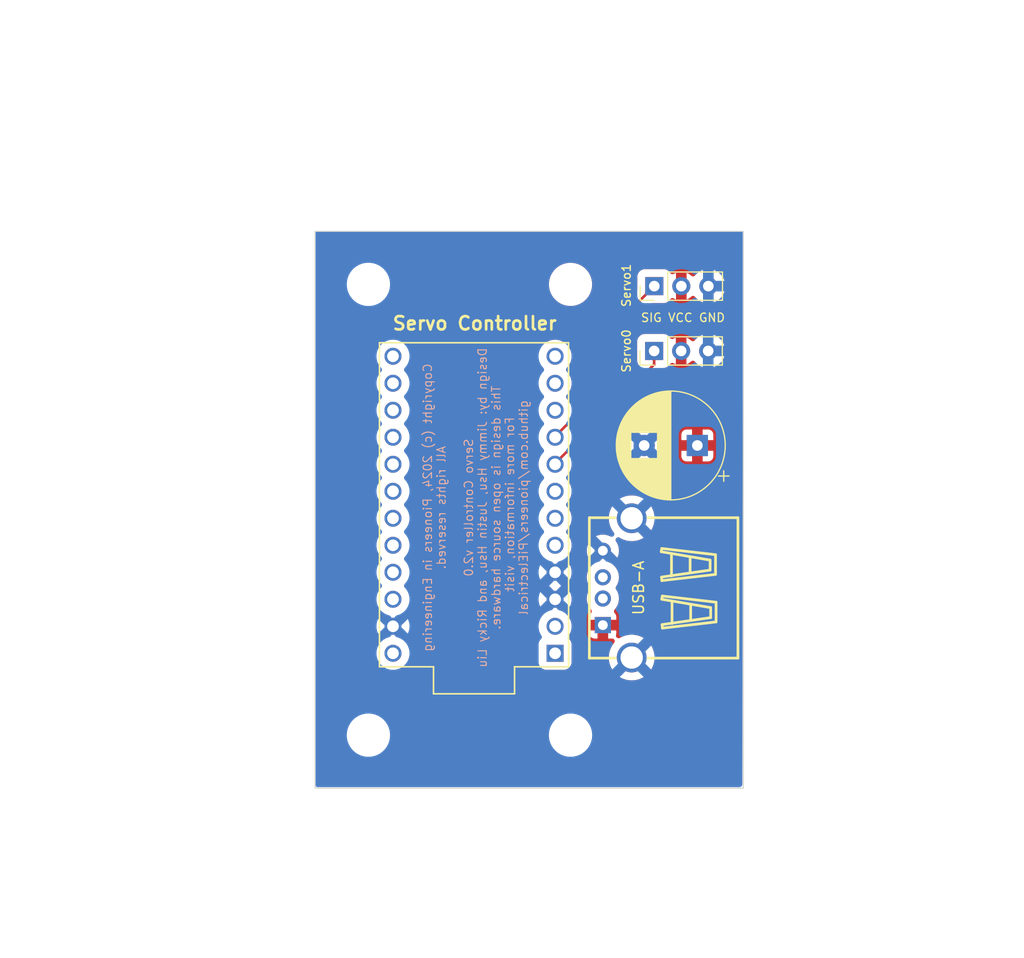
<source format=kicad_pcb>
(kicad_pcb (version 20221018) (generator pcbnew)
  (layers (0 "F.Cu" signal) (31 "B.Cu" signal) (34 "B.Paste" user) (35 "F.Paste" user) (36 "B.SilkS" user "B.Silkscreen") (37 "F.SilkS" user "F.Silkscreen") (38 "B.Mask" user) (39 "F.Mask" user) (44 "Edge.Cuts" user))
  (net 0 "")
  (net 1 "/SIG1")
  (net 2 "/VCC")
  (net 3 "GND")
  (net 4 "/SIG2")
  (footprint "PiE_Footprints:Hole_R1.62mm" (layer "F.Cu") (at 161.1 100.4)
    (fp_text reference "REF**" hide)
    (fp_text value "Hole_R1.62mm" hide)
    (pad "" np_thru_hole circle (at -0.05 0) (size 3.56 3.56) (drill 3.56) (layers "F&B.Cu" "*.Mask"))
  )
  (footprint "Connector_PinHeader_2.54mm:PinHeader_1x03_P2.54mm_Vertical" (layer "F.Cu") (at 168.91 64.262 90)
    (fp_text reference "Servo0" (at 0 -2.61 90) (layer "F.SilkS") (effects (font (size 0.8 0.8) (thickness 0.13) bold)))
    (fp_text value "~" hide)
    (fp_line (start -1.33 -1.33) (end 0 -1.33) (stroke (width 0.12)) (layer "F.SilkS"))
    (fp_line (start -1.33 0) (end -1.33 -1.33) (stroke (width 0.12)) (layer "F.SilkS"))
    (fp_line (start -1.33 1.27) (end -1.33 6.41) (stroke (width 0.12)) (layer "F.SilkS"))
    (fp_line (start -1.33 1.27) (end 1.33 1.27) (stroke (width 0.12)) (layer "F.SilkS"))
    (fp_line (start -1.33 6.41) (end 1.33 6.41) (stroke (width 0.12)) (layer "F.SilkS"))
    (fp_line (start 1.33 1.27) (end 1.33 6.41) (stroke (width 0.12)) (layer "F.SilkS"))
    (pad "1" thru_hole rect (at 0 0 90) (size 1.7 1.7) (drill 1) (layers "*.Cu" "*.Mask") (net 1 "/SIG1"))
    (pad "2" thru_hole oval (at 0 2.54 90) (size 1.7 1.7) (drill 1) (layers "*.Cu" "*.Mask") (net 2 "/VCC"))
    (pad "3" thru_hole oval (at 0 5.08 90) (size 1.7 1.7) (drill 1) (layers "*.Cu" "*.Mask") (net 3 "GND"))
  )
  (footprint "PiE_Footprints:Hole_R1.62mm" (layer "F.Cu") (at 142.1 100.4)
    (fp_text reference "REF**" hide)
    (fp_text value "Hole_R1.62mm" hide)
    (pad "" np_thru_hole circle (at -0.05 0) (size 3.56 3.56) (drill 3.56) (layers "F&B.Cu" "*.Mask"))
  )
  (footprint "Connector_PinHeader_2.54mm:PinHeader_1x03_P2.54mm_Vertical" (layer "F.Cu") (at 168.925 58.166 90)
    (fp_text reference "Servo1" (at 0.066 -2.625 90) (layer "F.SilkS") (effects (font (size 0.8 0.8) (thickness 0.13) bold)))
    (fp_text value "~" hide)
    (fp_line (start -1.33 -1.33) (end 0 -1.33) (stroke (width 0.12)) (layer "F.SilkS"))
    (fp_line (start -1.33 0) (end -1.33 -1.33) (stroke (width 0.12)) (layer "F.SilkS"))
    (fp_line (start -1.33 1.27) (end -1.33 6.41) (stroke (width 0.12)) (layer "F.SilkS"))
    (fp_line (start -1.33 1.27) (end 1.33 1.27) (stroke (width 0.12)) (layer "F.SilkS"))
    (fp_line (start -1.33 6.41) (end 1.33 6.41) (stroke (width 0.12)) (layer "F.SilkS"))
    (fp_line (start 1.33 1.27) (end 1.33 6.41) (stroke (width 0.12)) (layer "F.SilkS"))
    (pad "1" thru_hole rect (at 0 0 90) (size 1.7 1.7) (drill 1) (layers "*.Cu" "*.Mask") (net 4 "/SIG2"))
    (pad "2" thru_hole oval (at 0 2.54 90) (size 1.7 1.7) (drill 1) (layers "*.Cu" "*.Mask") (net 2 "/VCC"))
    (pad "3" thru_hole oval (at 0 5.08 90) (size 1.7 1.7) (drill 1) (layers "*.Cu" "*.Mask") (net 3 "GND"))
  )
  (footprint "PiE_Footprints:PiE Logo" (layer "F.Cu") (at 152.4 78.232 90)
    (fp_text reference "G***" hide)
    (fp_text value "LOGO" hide)
  )
  (footprint "Capacitor_THT:CP_Radial_D10.0mm_P5.00mm" (layer "F.Cu") (at 172.974 73.152 180)
    (fp_text reference "C1" hide)
    (fp_text value "1000u" hide)
    (fp_line (start -2.979646 -2.875) (end -1.979646 -2.875) (stroke (width 0.12)) (layer "F.SilkS"))
    (fp_line (start -2.479646 -3.375) (end -2.479646 -2.375) (stroke (width 0.12)) (layer "F.SilkS"))
    (fp_line (start 2.5 -5.08) (end 2.5 5.08) (stroke (width 0.12)) (layer "F.SilkS"))
    (fp_line (start 2.54 -5.08) (end 2.54 5.08) (stroke (width 0.12)) (layer "F.SilkS"))
    (fp_line (start 2.58 -5.08) (end 2.58 5.08) (stroke (width 0.12)) (layer "F.SilkS"))
    (fp_line (start 2.62 -5.079) (end 2.62 5.079) (stroke (width 0.12)) (layer "F.SilkS"))
    (fp_line (start 2.66 -5.078) (end 2.66 5.078) (stroke (width 0.12)) (layer "F.SilkS"))
    (fp_line (start 2.7 -5.077) (end 2.7 5.077) (stroke (width 0.12)) (layer "F.SilkS"))
    (fp_line (start 2.74 -5.075) (end 2.74 5.075) (stroke (width 0.12)) (layer "F.SilkS"))
    (fp_line (start 2.78 -5.073) (end 2.78 5.073) (stroke (width 0.12)) (layer "F.SilkS"))
    (fp_line (start 2.82 -5.07) (end 2.82 5.07) (stroke (width 0.12)) (layer "F.SilkS"))
    (fp_line (start 2.86 -5.068) (end 2.86 5.068) (stroke (width 0.12)) (layer "F.SilkS"))
    (fp_line (start 2.9 -5.065) (end 2.9 5.065) (stroke (width 0.12)) (layer "F.SilkS"))
    (fp_line (start 2.94 -5.062) (end 2.94 5.062) (stroke (width 0.12)) (layer "F.SilkS"))
    (fp_line (start 2.98 -5.058) (end 2.98 5.058) (stroke (width 0.12)) (layer "F.SilkS"))
    (fp_line (start 3.02 -5.054) (end 3.02 5.054) (stroke (width 0.12)) (layer "F.SilkS"))
    (fp_line (start 3.06 -5.05) (end 3.06 5.05) (stroke (width 0.12)) (layer "F.SilkS"))
    (fp_line (start 3.1 -5.045) (end 3.1 5.045) (stroke (width 0.12)) (layer "F.SilkS"))
    (fp_line (start 3.14 -5.04) (end 3.14 5.04) (stroke (width 0.12)) (layer "F.SilkS"))
    (fp_line (start 3.18 -5.035) (end 3.18 5.035) (stroke (width 0.12)) (layer "F.SilkS"))
    (fp_line (start 3.221 -5.03) (end 3.221 5.03) (stroke (width 0.12)) (layer "F.SilkS"))
    (fp_line (start 3.261 -5.024) (end 3.261 5.024) (stroke (width 0.12)) (layer "F.SilkS"))
    (fp_line (start 3.301 -5.018) (end 3.301 5.018) (stroke (width 0.12)) (layer "F.SilkS"))
    (fp_line (start 3.341 -5.011) (end 3.341 5.011) (stroke (width 0.12)) (layer "F.SilkS"))
    (fp_line (start 3.381 -5.004) (end 3.381 5.004) (stroke (width 0.12)) (layer "F.SilkS"))
    (fp_line (start 3.421 -4.997) (end 3.421 4.997) (stroke (width 0.12)) (layer "F.SilkS"))
    (fp_line (start 3.461 -4.99) (end 3.461 4.99) (stroke (width 0.12)) (layer "F.SilkS"))
    (fp_line (start 3.501 -4.982) (end 3.501 4.982) (stroke (width 0.12)) (layer "F.SilkS"))
    (fp_line (start 3.541 -4.974) (end 3.541 4.974) (stroke (width 0.12)) (layer "F.SilkS"))
    (fp_line (start 3.581 -4.965) (end 3.581 4.965) (stroke (width 0.12)) (layer "F.SilkS"))
    (fp_line (start 3.621 -4.956) (end 3.621 4.956) (stroke (width 0.12)) (layer "F.SilkS"))
    (fp_line (start 3.661 -4.947) (end 3.661 4.947) (stroke (width 0.12)) (layer "F.SilkS"))
    (fp_line (start 3.701 -4.938) (end 3.701 4.938) (stroke (width 0.12)) (layer "F.SilkS"))
    (fp_line (start 3.741 -4.928) (end 3.741 4.928) (stroke (width 0.12)) (layer "F.SilkS"))
    (fp_line (start 3.781 -4.918) (end 3.781 -1.241) (stroke (width 0.12)) (layer "F.SilkS"))
    (fp_line (start 3.781 1.241) (end 3.781 4.918) (stroke (width 0.12)) (layer "F.SilkS"))
    (fp_line (start 3.821 -4.907) (end 3.821 -1.241) (stroke (width 0.12)) (layer "F.SilkS"))
    (fp_line (start 3.821 1.241) (end 3.821 4.907) (stroke (width 0.12)) (layer "F.SilkS"))
    (fp_line (start 3.861 -4.897) (end 3.861 -1.241) (stroke (width 0.12)) (layer "F.SilkS"))
    (fp_line (start 3.861 1.241) (end 3.861 4.897) (stroke (width 0.12)) (layer "F.SilkS"))
    (fp_line (start 3.901 -4.885) (end 3.901 -1.241) (stroke (width 0.12)) (layer "F.SilkS"))
    (fp_line (start 3.901 1.241) (end 3.901 4.885) (stroke (width 0.12)) (layer "F.SilkS"))
    (fp_line (start 3.941 -4.874) (end 3.941 -1.241) (stroke (width 0.12)) (layer "F.SilkS"))
    (fp_line (start 3.941 1.241) (end 3.941 4.874) (stroke (width 0.12)) (layer "F.SilkS"))
    (fp_line (start 3.981 -4.862) (end 3.981 -1.241) (stroke (width 0.12)) (layer "F.SilkS"))
    (fp_line (start 3.981 1.241) (end 3.981 4.862) (stroke (width 0.12)) (layer "F.SilkS"))
    (fp_line (start 4.021 -4.85) (end 4.021 -1.241) (stroke (width 0.12)) (layer "F.SilkS"))
    (fp_line (start 4.021 1.241) (end 4.021 4.85) (stroke (width 0.12)) (layer "F.SilkS"))
    (fp_line (start 4.061 -4.837) (end 4.061 -1.241) (stroke (width 0.12)) (layer "F.SilkS"))
    (fp_line (start 4.061 1.241) (end 4.061 4.837) (stroke (width 0.12)) (layer "F.SilkS"))
    (fp_line (start 4.101 -4.824) (end 4.101 -1.241) (stroke (width 0.12)) (layer "F.SilkS"))
    (fp_line (start 4.101 1.241) (end 4.101 4.824) (stroke (width 0.12)) (layer "F.SilkS"))
    (fp_line (start 4.141 -4.811) (end 4.141 -1.241) (stroke (width 0.12)) (layer "F.SilkS"))
    (fp_line (start 4.141 1.241) (end 4.141 4.811) (stroke (width 0.12)) (layer "F.SilkS"))
    (fp_line (start 4.181 -4.797) (end 4.181 -1.241) (stroke (width 0.12)) (layer "F.SilkS"))
    (fp_line (start 4.181 1.241) (end 4.181 4.797) (stroke (width 0.12)) (layer "F.SilkS"))
    (fp_line (start 4.221 -4.783) (end 4.221 -1.241) (stroke (width 0.12)) (layer "F.SilkS"))
    (fp_line (start 4.221 1.241) (end 4.221 4.783) (stroke (width 0.12)) (layer "F.SilkS"))
    (fp_line (start 4.261 -4.768) (end 4.261 -1.241) (stroke (width 0.12)) (layer "F.SilkS"))
    (fp_line (start 4.261 1.241) (end 4.261 4.768) (stroke (width 0.12)) (layer "F.SilkS"))
    (fp_line (start 4.301 -4.754) (end 4.301 -1.241) (stroke (width 0.12)) (layer "F.SilkS"))
    (fp_line (start 4.301 1.241) (end 4.301 4.754) (stroke (width 0.12)) (layer "F.SilkS"))
    (fp_line (start 4.341 -4.738) (end 4.341 -1.241) (stroke (width 0.12)) (layer "F.SilkS"))
    (fp_line (start 4.341 1.241) (end 4.341 4.738) (stroke (width 0.12)) (layer "F.SilkS"))
    (fp_line (start 4.381 -4.723) (end 4.381 -1.241) (stroke (width 0.12)) (layer "F.SilkS"))
    (fp_line (start 4.381 1.241) (end 4.381 4.723) (stroke (width 0.12)) (layer "F.SilkS"))
    (fp_line (start 4.421 -4.707) (end 4.421 -1.241) (stroke (width 0.12)) (layer "F.SilkS"))
    (fp_line (start 4.421 1.241) (end 4.421 4.707) (stroke (width 0.12)) (layer "F.SilkS"))
    (fp_line (start 4.461 -4.69) (end 4.461 -1.241) (stroke (width 0.12)) (layer "F.SilkS"))
    (fp_line (start 4.461 1.241) (end 4.461 4.69) (stroke (width 0.12)) (layer "F.SilkS"))
    (fp_line (start 4.501 -4.674) (end 4.501 -1.241) (stroke (width 0.12)) (layer "F.SilkS"))
    (fp_line (start 4.501 1.241) (end 4.501 4.674) (stroke (width 0.12)) (layer "F.SilkS"))
    (fp_line (start 4.541 -4.657) (end 4.541 -1.241) (stroke (width 0.12)) (layer "F.SilkS"))
    (fp_line (start 4.541 1.241) (end 4.541 4.657) (stroke (width 0.12)) (layer "F.SilkS"))
    (fp_line (start 4.581 -4.639) (end 4.581 -1.241) (stroke (width 0.12)) (layer "F.SilkS"))
    (fp_line (start 4.581 1.241) (end 4.581 4.639) (stroke (width 0.12)) (layer "F.SilkS"))
    (fp_line (start 4.621 -4.621) (end 4.621 -1.241) (stroke (width 0.12)) (layer "F.SilkS"))
    (fp_line (start 4.621 1.241) (end 4.621 4.621) (stroke (width 0.12)) (layer "F.SilkS"))
    (fp_line (start 4.661 -4.603) (end 4.661 -1.241) (stroke (width 0.12)) (layer "F.SilkS"))
    (fp_line (start 4.661 1.241) (end 4.661 4.603) (stroke (width 0.12)) (layer "F.SilkS"))
    (fp_line (start 4.701 -4.584) (end 4.701 -1.241) (stroke (width 0.12)) (layer "F.SilkS"))
    (fp_line (start 4.701 1.241) (end 4.701 4.584) (stroke (width 0.12)) (layer "F.SilkS"))
    (fp_line (start 4.741 -4.564) (end 4.741 -1.241) (stroke (width 0.12)) (layer "F.SilkS"))
    (fp_line (start 4.741 1.241) (end 4.741 4.564) (stroke (width 0.12)) (layer "F.SilkS"))
    (fp_line (start 4.781 -4.545) (end 4.781 -1.241) (stroke (width 0.12)) (layer "F.SilkS"))
    (fp_line (start 4.781 1.241) (end 4.781 4.545) (stroke (width 0.12)) (layer "F.SilkS"))
    (fp_line (start 4.821 -4.525) (end 4.821 -1.241) (stroke (width 0.12)) (layer "F.SilkS"))
    (fp_line (start 4.821 1.241) (end 4.821 4.525) (stroke (width 0.12)) (layer "F.SilkS"))
    (fp_line (start 4.861 -4.504) (end 4.861 -1.241) (stroke (width 0.12)) (layer "F.SilkS"))
    (fp_line (start 4.861 1.241) (end 4.861 4.504) (stroke (width 0.12)) (layer "F.SilkS"))
    (fp_line (start 4.901 -4.483) (end 4.901 -1.241) (stroke (width 0.12)) (layer "F.SilkS"))
    (fp_line (start 4.901 1.241) (end 4.901 4.483) (stroke (width 0.12)) (layer "F.SilkS"))
    (fp_line (start 4.941 -4.462) (end 4.941 -1.241) (stroke (width 0.12)) (layer "F.SilkS"))
    (fp_line (start 4.941 1.241) (end 4.941 4.462) (stroke (width 0.12)) (layer "F.SilkS"))
    (fp_line (start 4.981 -4.44) (end 4.981 -1.241) (stroke (width 0.12)) (layer "F.SilkS"))
    (fp_line (start 4.981 1.241) (end 4.981 4.44) (stroke (width 0.12)) (layer "F.SilkS"))
    (fp_line (start 5.021 -4.417) (end 5.021 -1.241) (stroke (width 0.12)) (layer "F.SilkS"))
    (fp_line (start 5.021 1.241) (end 5.021 4.417) (stroke (width 0.12)) (layer "F.SilkS"))
    (fp_line (start 5.061 -4.395) (end 5.061 -1.241) (stroke (width 0.12)) (layer "F.SilkS"))
    (fp_line (start 5.061 1.241) (end 5.061 4.395) (stroke (width 0.12)) (layer "F.SilkS"))
    (fp_line (start 5.101 -4.371) (end 5.101 -1.241) (stroke (width 0.12)) (layer "F.SilkS"))
    (fp_line (start 5.101 1.241) (end 5.101 4.371) (stroke (width 0.12)) (layer "F.SilkS"))
    (fp_line (start 5.141 -4.347) (end 5.141 -1.241) (stroke (width 0.12)) (layer "F.SilkS"))
    (fp_line (start 5.141 1.241) (end 5.141 4.347) (stroke (width 0.12)) (layer "F.SilkS"))
    (fp_line (start 5.181 -4.323) (end 5.181 -1.241) (stroke (width 0.12)) (layer "F.SilkS"))
    (fp_line (start 5.181 1.241) (end 5.181 4.323) (stroke (width 0.12)) (layer "F.SilkS"))
    (fp_line (start 5.221 -4.298) (end 5.221 -1.241) (stroke (width 0.12)) (layer "F.SilkS"))
    (fp_line (start 5.221 1.241) (end 5.221 4.298) (stroke (width 0.12)) (layer "F.SilkS"))
    (fp_line (start 5.261 -4.273) (end 5.261 -1.241) (stroke (width 0.12)) (layer "F.SilkS"))
    (fp_line (start 5.261 1.241) (end 5.261 4.273) (stroke (width 0.12)) (layer "F.SilkS"))
    (fp_line (start 5.301 -4.247) (end 5.301 -1.241) (stroke (width 0.12)) (layer "F.SilkS"))
    (fp_line (start 5.301 1.241) (end 5.301 4.247) (stroke (width 0.12)) (layer "F.SilkS"))
    (fp_line (start 5.341 -4.221) (end 5.341 -1.241) (stroke (width 0.12)) (layer "F.SilkS"))
    (fp_line (start 5.341 1.241) (end 5.341 4.221) (stroke (width 0.12)) (layer "F.SilkS"))
    (fp_line (start 5.381 -4.194) (end 5.381 -1.241) (stroke (width 0.12)) (layer "F.SilkS"))
    (fp_line (start 5.381 1.241) (end 5.381 4.194) (stroke (width 0.12)) (layer "F.SilkS"))
    (fp_line (start 5.421 -4.166) (end 5.421 -1.241) (stroke (width 0.12)) (layer "F.SilkS"))
    (fp_line (start 5.421 1.241) (end 5.421 4.166) (stroke (width 0.12)) (layer "F.SilkS"))
    (fp_line (start 5.461 -4.138) (end 5.461 -1.241) (stroke (width 0.12)) (layer "F.SilkS"))
    (fp_line (start 5.461 1.241) (end 5.461 4.138) (stroke (width 0.12)) (layer "F.SilkS"))
    (fp_line (start 5.501 -4.11) (end 5.501 -1.241) (stroke (width 0.12)) (layer "F.SilkS"))
    (fp_line (start 5.501 1.241) (end 5.501 4.11) (stroke (width 0.12)) (layer "F.SilkS"))
    (fp_line (start 5.541 -4.08) (end 5.541 -1.241) (stroke (width 0.12)) (layer "F.SilkS"))
    (fp_line (start 5.541 1.241) (end 5.541 4.08) (stroke (width 0.12)) (layer "F.SilkS"))
    (fp_line (start 5.581 -4.05) (end 5.581 -1.241) (stroke (width 0.12)) (layer "F.SilkS"))
    (fp_line (start 5.581 1.241) (end 5.581 4.05) (stroke (width 0.12)) (layer "F.SilkS"))
    (fp_line (start 5.621 -4.02) (end 5.621 -1.241) (stroke (width 0.12)) (layer "F.SilkS"))
    (fp_line (start 5.621 1.241) (end 5.621 4.02) (stroke (width 0.12)) (layer "F.SilkS"))
    (fp_line (start 5.661 -3.989) (end 5.661 -1.241) (stroke (width 0.12)) (layer "F.SilkS"))
    (fp_line (start 5.661 1.241) (end 5.661 3.989) (stroke (width 0.12)) (layer "F.SilkS"))
    (fp_line (start 5.701 -3.957) (end 5.701 -1.241) (stroke (width 0.12)) (layer "F.SilkS"))
    (fp_line (start 5.701 1.241) (end 5.701 3.957) (stroke (width 0.12)) (layer "F.SilkS"))
    (fp_line (start 5.741 -3.925) (end 5.741 -1.241) (stroke (width 0.12)) (layer "F.SilkS"))
    (fp_line (start 5.741 1.241) (end 5.741 3.925) (stroke (width 0.12)) (layer "F.SilkS"))
    (fp_line (start 5.781 -3.892) (end 5.781 -1.241) (stroke (width 0.12)) (layer "F.SilkS"))
    (fp_line (start 5.781 1.241) (end 5.781 3.892) (stroke (width 0.12)) (layer "F.SilkS"))
    (fp_line (start 5.821 -3.858) (end 5.821 -1.241) (stroke (width 0.12)) (layer "F.SilkS"))
    (fp_line (start 5.821 1.241) (end 5.821 3.858) (stroke (width 0.12)) (layer "F.SilkS"))
    (fp_line (start 5.861 -3.824) (end 5.861 -1.241) (stroke (width 0.12)) (layer "F.SilkS"))
    (fp_line (start 5.861 1.241) (end 5.861 3.824) (stroke (width 0.12)) (layer "F.SilkS"))
    (fp_line (start 5.901 -3.789) (end 5.901 -1.241) (stroke (width 0.12)) (layer "F.SilkS"))
    (fp_line (start 5.901 1.241) (end 5.901 3.789) (stroke (width 0.12)) (layer "F.SilkS"))
    (fp_line (start 5.941 -3.753) (end 5.941 -1.241) (stroke (width 0.12)) (layer "F.SilkS"))
    (fp_line (start 5.941 1.241) (end 5.941 3.753) (stroke (width 0.12)) (layer "F.SilkS"))
    (fp_line (start 5.981 -3.716) (end 5.981 -1.241) (stroke (width 0.12)) (layer "F.SilkS"))
    (fp_line (start 5.981 1.241) (end 5.981 3.716) (stroke (width 0.12)) (layer "F.SilkS"))
    (fp_line (start 6.021 -3.679) (end 6.021 -1.241) (stroke (width 0.12)) (layer "F.SilkS"))
    (fp_line (start 6.021 1.241) (end 6.021 3.679) (stroke (width 0.12)) (layer "F.SilkS"))
    (fp_line (start 6.061 -3.64) (end 6.061 -1.241) (stroke (width 0.12)) (layer "F.SilkS"))
    (fp_line (start 6.061 1.241) (end 6.061 3.64) (stroke (width 0.12)) (layer "F.SilkS"))
    (fp_line (start 6.101 -3.601) (end 6.101 -1.241) (stroke (width 0.12)) (layer "F.SilkS"))
    (fp_line (start 6.101 1.241) (end 6.101 3.601) (stroke (width 0.12)) (layer "F.SilkS"))
    (fp_line (start 6.141 -3.561) (end 6.141 -1.241) (stroke (width 0.12)) (layer "F.SilkS"))
    (fp_line (start 6.141 1.241) (end 6.141 3.561) (stroke (width 0.12)) (layer "F.SilkS"))
    (fp_line (start 6.181 -3.52) (end 6.181 -1.241) (stroke (width 0.12)) (layer "F.SilkS"))
    (fp_line (start 6.181 1.241) (end 6.181 3.52) (stroke (width 0.12)) (layer "F.SilkS"))
    (fp_line (start 6.221 -3.478) (end 6.221 -1.241) (stroke (width 0.12)) (layer "F.SilkS"))
    (fp_line (start 6.221 1.241) (end 6.221 3.478) (stroke (width 0.12)) (layer "F.SilkS"))
    (fp_line (start 6.261 -3.436) (end 6.261 3.436) (stroke (width 0.12)) (layer "F.SilkS"))
    (fp_line (start 6.301 -3.392) (end 6.301 3.392) (stroke (width 0.12)) (layer "F.SilkS"))
    (fp_line (start 6.341 -3.347) (end 6.341 3.347) (stroke (width 0.12)) (layer "F.SilkS"))
    (fp_line (start 6.381 -3.301) (end 6.381 3.301) (stroke (width 0.12)) (layer "F.SilkS"))
    (fp_line (start 6.421 -3.254) (end 6.421 3.254) (stroke (width 0.12)) (layer "F.SilkS"))
    (fp_line (start 6.461 -3.206) (end 6.461 3.206) (stroke (width 0.12)) (layer "F.SilkS"))
    (fp_line (start 6.501 -3.156) (end 6.501 3.156) (stroke (width 0.12)) (layer "F.SilkS"))
    (fp_line (start 6.541 -3.106) (end 6.541 3.106) (stroke (width 0.12)) (layer "F.SilkS"))
    (fp_line (start 6.581 -3.054) (end 6.581 3.054) (stroke (width 0.12)) (layer "F.SilkS"))
    (fp_line (start 6.621 -3) (end 6.621 3) (stroke (width 0.12)) (layer "F.SilkS"))
    (fp_line (start 6.661 -2.945) (end 6.661 2.945) (stroke (width 0.12)) (layer "F.SilkS"))
    (fp_line (start 6.701 -2.889) (end 6.701 2.889) (stroke (width 0.12)) (layer "F.SilkS"))
    (fp_line (start 6.741 -2.83) (end 6.741 2.83) (stroke (width 0.12)) (layer "F.SilkS"))
    (fp_line (start 6.781 -2.77) (end 6.781 2.77) (stroke (width 0.12)) (layer "F.SilkS"))
    (fp_line (start 6.821 -2.709) (end 6.821 2.709) (stroke (width 0.12)) (layer "F.SilkS"))
    (fp_line (start 6.861 -2.645) (end 6.861 2.645) (stroke (width 0.12)) (layer "F.SilkS"))
    (fp_line (start 6.901 -2.579) (end 6.901 2.579) (stroke (width 0.12)) (layer "F.SilkS"))
    (fp_line (start 6.941 -2.51) (end 6.941 2.51) (stroke (width 0.12)) (layer "F.SilkS"))
    (fp_line (start 6.981 -2.439) (end 6.981 2.439) (stroke (width 0.12)) (layer "F.SilkS"))
    (fp_line (start 7.021 -2.365) (end 7.021 2.365) (stroke (width 0.12)) (layer "F.SilkS"))
    (fp_line (start 7.061 -2.289) (end 7.061 2.289) (stroke (width 0.12)) (layer "F.SilkS"))
    (fp_line (start 7.101 -2.209) (end 7.101 2.209) (stroke (width 0.12)) (layer "F.SilkS"))
    (fp_line (start 7.141 -2.125) (end 7.141 2.125) (stroke (width 0.12)) (layer "F.SilkS"))
    (fp_line (start 7.181 -2.037) (end 7.181 2.037) (stroke (width 0.12)) (layer "F.SilkS"))
    (fp_line (start 7.221 -1.944) (end 7.221 1.944) (stroke (width 0.12)) (layer "F.SilkS"))
    (fp_line (start 7.261 -1.846) (end 7.261 1.846) (stroke (width 0.12)) (layer "F.SilkS"))
    (fp_line (start 7.301 -1.742) (end 7.301 1.742) (stroke (width 0.12)) (layer "F.SilkS"))
    (fp_line (start 7.341 -1.63) (end 7.341 1.63) (stroke (width 0.12)) (layer "F.SilkS"))
    (fp_line (start 7.381 -1.51) (end 7.381 1.51) (stroke (width 0.12)) (layer "F.SilkS"))
    (fp_line (start 7.421 -1.378) (end 7.421 1.378) (stroke (width 0.12)) (layer "F.SilkS"))
    (fp_line (start 7.461 -1.23) (end 7.461 1.23) (stroke (width 0.12)) (layer "F.SilkS"))
    (fp_line (start 7.501 -1.062) (end 7.501 1.062) (stroke (width 0.12)) (layer "F.SilkS"))
    (fp_line (start 7.541 -0.862) (end 7.541 0.862) (stroke (width 0.12)) (layer "F.SilkS"))
    (fp_line (start 7.581 -0.599) (end 7.581 0.599) (stroke (width 0.12)) (layer "F.SilkS"))
    (fp_circle (center 2.5 0) (end 7.62 0) (stroke (width 0.12)) (fill none) (layer "F.SilkS"))
    (pad "1" thru_hole rect (at 0 0 180) (size 2 2) (drill 1) (layers "*.Cu" "*.Mask") (net 2 "/VCC"))
    (pad "2" thru_hole circle (at 5 0 180) (size 2 2) (drill 1) (layers "*.Cu" "*.Mask") (net 3 "GND"))
  )
  (footprint "PiE_Footprints:Hole_R1.62mm" (layer "F.Cu") (at 142.1 58)
    (fp_text reference "REF**" hide)
    (fp_text value "Hole_R1.62mm" hide)
    (pad "" np_thru_hole circle (at -0.05 0) (size 3.56 3.56) (drill 3.56) (layers "F&B.Cu" "*.Mask"))
  )
  (footprint "PiE_Footprints:USB-A_female" (layer "F.Cu") (at 165.445 86.55 90)
    (fp_text reference "J3" hide)
    (fp_text value "USB_A" hide)
    (fp_text user "USB-A" (at 0 2 -270) (layer "F.SilkS"))
    (fp_line (start -6.604 -2.625) (end -6.604 -0.175) (stroke (width 0.254)) (layer "F.SilkS"))
    (fp_line (start -6.604 -2.625) (end 6.604 -2.625) (stroke (width 0.254)) (layer "F.SilkS"))
    (fp_line (start -6.604 11.345) (end -6.604 2.9) (stroke (width 0.254)) (layer "F.SilkS"))
    (fp_line (start -3.782 4.241) (end -3.2 9.288) (stroke (width 0.254)) (layer "F.SilkS"))
    (fp_line (start -3.449 4.215) (end -3.782 4.241) (stroke (width 0.254)) (layer "F.SilkS"))
    (fp_line (start -3.353 5.147) (end -1.27 5.147) (stroke (width 0.254)) (layer "F.SilkS"))
    (fp_line (start -3.2 9.288) (end -1.346 9.288) (stroke (width 0.254)) (layer "F.SilkS"))
    (fp_line (start -3.023 6.9) (end -1.575 6.9) (stroke (width 0.254)) (layer "F.SilkS"))
    (fp_line (start -2.794 8.78) (end -3.449 4.215) (stroke (width 0.254)) (layer "F.SilkS"))
    (fp_line (start -1.854 8.78) (end -2.794 8.78) (stroke (width 0.254)) (layer "F.SilkS"))
    (fp_line (start -1.346 9.288) (end -0.762 4.233) (stroke (width 0.254)) (layer "F.SilkS"))
    (fp_line (start -1.067 4.182) (end -1.854 8.78) (stroke (width 0.254)) (layer "F.SilkS"))
    (fp_line (start -0.762 4.233) (end -1.067 4.182) (stroke (width 0.254)) (layer "F.SilkS"))
    (fp_line (start 0.688 4.19) (end 1.021 4.164) (stroke (width 0.254)) (layer "F.SilkS"))
    (fp_line (start 1.021 4.164) (end 1.676 8.729) (stroke (width 0.254)) (layer "F.SilkS"))
    (fp_line (start 1.118 5.097) (end 3.2 5.097) (stroke (width 0.254)) (layer "F.SilkS"))
    (fp_line (start 1.27 9.237) (end 0.688 4.19) (stroke (width 0.254)) (layer "F.SilkS"))
    (fp_line (start 1.448 6.849) (end 2.896 6.849) (stroke (width 0.254)) (layer "F.SilkS"))
    (fp_line (start 1.676 8.729) (end 2.616 8.729) (stroke (width 0.254)) (layer "F.SilkS"))
    (fp_line (start 2.616 8.729) (end 3.404 4.131) (stroke (width 0.254)) (layer "F.SilkS"))
    (fp_line (start 3.124 9.237) (end 1.27 9.237) (stroke (width 0.254)) (layer "F.SilkS"))
    (fp_line (start 3.404 4.131) (end 3.708 4.182) (stroke (width 0.254)) (layer "F.SilkS"))
    (fp_line (start 3.708 4.182) (end 3.124 9.237) (stroke (width 0.254)) (layer "F.SilkS"))
    (fp_line (start 6.604 -2.625) (end 6.604 -0.2) (stroke (width 0.254)) (layer "F.SilkS"))
    (fp_line (start 6.604 11.345) (end -6.604 11.345) (stroke (width 0.254)) (layer "F.SilkS"))
    (fp_line (start 6.604 11.345) (end 6.604 2.9) (stroke (width 0.254)) (layer "F.SilkS"))
    (pad "1" thru_hole rect (at -3.5 -1.355 90) (size 1.524 1.524) (drill 0.92) (layers "*.Cu" "*.Mask") (net 2 "/VCC"))
    (pad "2" thru_hole circle (at -1 -1.355 90) (size 1.524 1.524) (drill 0.92) (layers "*.Cu" "*.Mask"))
    (pad "3" thru_hole circle (at 1 -1.355 90) (size 1.524 1.524) (drill 0.92) (layers "*.Cu" "*.Mask"))
    (pad "4" thru_hole circle (at 3.5 -1.355 90) (size 1.524 1.524) (drill 0.92) (layers "*.Cu" "*.Mask") (net 3 "GND"))
    (pad "5" thru_hole circle (at 6.55 1.355 90) (size 2.8 2.8) (drill 2.1) (layers "*.Cu" "*.Mask") (net 3 "GND"))
    (pad "6" thru_hole circle (at -6.55 1.355 90) (size 2.8 2.8) (drill 2.1) (layers "*.Cu" "*.Mask") (net 3 "GND"))
  )
  (footprint "PiE_Footprints:Hole_R1.62mm" (layer "F.Cu") (at 161.1 58)
    (fp_text reference "REF**" hide)
    (fp_text value "Hole_R1.62mm" hide)
    (pad "" np_thru_hole circle (at -0.05 0) (size 3.56 3.56) (drill 3.56) (layers "F&B.Cu" "*.Mask"))
  )
  (footprint "PiE_Footprints:ProMicro-EnforcedTop" (layer "F.Cu") (at 151.98 78.73 90)
    (fp_text reference "U1" hide)
    (fp_text value "ProMicro" hide)
    (fp_line (start -17.78 -3.81) (end -15.24 -3.81) (stroke (width 0.15)) (layer "F.SilkS"))
    (fp_line (start -17.78 3.81) (end -17.78 -3.81) (stroke (width 0.15)) (layer "F.SilkS"))
    (fp_line (start -15.24 -8.89) (end 15.24 -8.89) (stroke (width 0.15)) (layer "F.SilkS"))
    (fp_line (start -15.24 -3.81) (end -15.24 -8.89) (stroke (width 0.15)) (layer "F.SilkS"))
    (fp_line (start -15.24 3.81) (end -17.78 3.81) (stroke (width 0.15)) (layer "F.SilkS"))
    (fp_line (start -15.24 8.89) (end -15.24 3.81) (stroke (width 0.15)) (layer "F.SilkS"))
    (fp_line (start -15.24 8.89) (end 15.24 8.89) (stroke (width 0.15)) (layer "F.SilkS"))
    (fp_line (start 15.24 -8.89) (end 15.24 8.89) (stroke (width 0.15)) (layer "F.SilkS"))
    (pad "1" thru_hole rect (at -13.97 7.62 90) (size 1.6 1.6) (drill 1.1) (layers "*.Cu" "*.Mask"))
    (pad "2" thru_hole circle (at -11.43 7.62 90) (size 1.6 1.6) (drill 1.1) (layers "*.Cu" "*.Mask"))
    (pad "3" thru_hole circle (at -8.89 7.62 90) (size 1.6 1.6) (drill 1.1) (layers "*.Cu" "*.Mask") (net 3 "GND"))
    (pad "4" thru_hole circle (at -6.35 7.62 90) (size 1.6 1.6) (drill 1.1) (layers "*.Cu" "*.Mask") (net 3 "GND"))
    (pad "5" thru_hole circle (at -3.81 7.62 90) (size 1.6 1.6) (drill 1.1) (layers "*.Cu" "*.Mask"))
    (pad "6" thru_hole circle (at -1.27 7.62 90) (size 1.6 1.6) (drill 1.1) (layers "*.Cu" "*.Mask"))
    (pad "7" thru_hole circle (at 1.27 7.62 90) (size 1.6 1.6) (drill 1.1) (layers "*.Cu" "*.Mask"))
    (pad "8" thru_hole circle (at 3.81 7.62 90) (size 1.6 1.6) (drill 1.1) (layers "*.Cu" "*.Mask") (net 1 "/SIG1"))
    (pad "9" thru_hole circle (at 6.35 7.62 90) (size 1.6 1.6) (drill 1.1) (layers "*.Cu" "*.Mask") (net 4 "/SIG2"))
    (pad "10" thru_hole circle (at 8.89 7.62 90) (size 1.6 1.6) (drill 1.1) (layers "*.Cu" "*.Mask"))
    (pad "11" thru_hole circle (at 11.43 7.62 90) (size 1.6 1.6) (drill 1.1) (layers "*.Cu" "*.Mask"))
    (pad "12" thru_hole circle (at 13.97 7.62 90) (size 1.6 1.6) (drill 1.1) (layers "*.Cu" "*.Mask"))
    (pad "13" thru_hole circle (at 13.97 -7.62 90) (size 1.6 1.6) (drill 1.1) (layers "*.Cu" "*.Mask"))
    (pad "14" thru_hole circle (at 11.43 -7.62 90) (size 1.6 1.6) (drill 1.1) (layers "*.Cu" "*.Mask"))
    (pad "15" thru_hole circle (at 8.89 -7.62 90) (size 1.6 1.6) (drill 1.1) (layers "*.Cu" "*.Mask"))
    (pad "16" thru_hole circle (at 6.35 -7.62 90) (size 1.6 1.6) (drill 1.1) (layers "*.Cu" "*.Mask"))
    (pad "17" thru_hole circle (at 3.81 -7.62 90) (size 1.6 1.6) (drill 1.1) (layers "*.Cu" "*.Mask"))
    (pad "18" thru_hole circle (at 1.27 -7.62 90) (size 1.6 1.6) (drill 1.1) (layers "*.Cu" "*.Mask"))
    (pad "19" thru_hole circle (at -1.27 -7.62 90) (size 1.6 1.6) (drill 1.1) (layers "*.Cu" "*.Mask"))
    (pad "20" thru_hole circle (at -3.81 -7.62 90) (size 1.6 1.6) (drill 1.1) (layers "*.Cu" "*.Mask"))
    (pad "21" thru_hole circle (at -6.35 -7.62 90) (size 1.6 1.6) (drill 1.1) (layers "*.Cu" "*.Mask"))
    (pad "22" thru_hole circle (at -8.89 -7.62 90) (size 1.6 1.6) (drill 1.1) (layers "*.Cu" "*.Mask"))
    (pad "23" thru_hole circle (at -11.43 -7.62 90) (size 1.6 1.6) (drill 1.1) (layers "*.Cu" "*.Mask") (net 3 "GND"))
    (pad "24" thru_hole circle (at -13.97 -7.62 90) (size 1.6 1.6) (drill 1.1) (layers "*.Cu" "*.Mask"))
  )
  (gr_rect (start 137.03 53.01) (end 177.292 105.386) (stroke (width 0.1)) (fill none) (layer "Edge.Cuts"))
  (gr_text "Copyright (c) 2024, Pioneers in Engineering\nAll rights reserved.\n\nServo Controller v2.0\nDesign by: Jimmy Hsu, Justin Hsu, and Ricky Liu\nThis design is open source hardware.\nFor more information, visit \ngithub.com/pioneers/PiElectrical" (at 157.1 79 90) (layer "B.SilkS") (effects (font (size 0.8001 0.8001) (thickness 0.1)) (justify bottom mirror)))
  (gr_text "SIG VCC GND" (at 167.6 61.6) (layer "F.SilkS") (effects (font (size 0.8 0.8) (thickness 0.12)) (justify left bottom)))
  (gr_text "Servo Controller" (at 144.2 62.4) (layer "F.SilkS") (effects (font (size 1.25 1.25) (thickness 0.25) bold) (justify left bottom)))
  (segment (start 168.91 65.532) (end 159.6 74.842) (width 0.25) (layer "F.Cu") (net 1))
  (segment (start 159.6 74.842) (end 159.6 74.92) (width 0.25) (layer "F.Cu") (net 1))
  (segment (start 168.91 64.262) (end 168.91 65.532) (width 0.25) (layer "F.Cu") (net 1))
  (segment (start 171.45 58.181) (end 171.465 58.166) (width 0.25) (layer "F.Cu") (net 2))
  (segment (start 164.861 62.23) (end 164.846 62.23) (width 0.25) (layer "F.Cu") (net 4))
  (segment (start 159.6 72.302) (end 159.6 72.38) (width 0.25) (layer "F.Cu") (net 4))
  (segment (start 164.846 62.23) (end 164.846 67.056) (width 0.25) (layer "F.Cu") (net 4))
  (segment (start 164.846 67.056) (end 159.6 72.302) (width 0.25) (layer "F.Cu") (net 4))
  (segment (start 168.925 58.166) (end 164.861 62.23) (width 0.25) (layer "F.Cu") (net 4))
  (zone (net 2) (net_name "/VCC") (layer "F.Cu") (connect_pads (clearance 0.75)) (min_thickness 0.5) (fill yes (thermal_gap 0.5) (thermal_bridge_width 1))
    (polygon (pts (xy 158.3 55.3) (xy 177.1 55.3) (xy 177.1 96.7) (xy 158.3 96.7)))
  )
  (zone (net 0) (net_name "") (layer "F.Cu") (priority 2) (connect_pads (clearance 0.75)) (min_thickness 0.25) (fill yes (thermal_gap 0.5) (thermal_bridge_width 0.5) (island_removal_mode 1) (island_area_min 10))
    (polygon (pts (xy 157.6 72.1) (xy 147.2 72.1) (xy 147.2 84.4) (xy 157.6 84.4)))
  )
  (zone (net 3) (net_name "GND") (layer "B.Cu") (priority 1) (connect_pads (clearance 0.75)) (min_thickness 0.5) (fill yes (thermal_gap 0.75) (thermal_bridge_width 1))
    (polygon (pts (xy 137.03 53.01) (xy 177.292 53.01) (xy 177.2 105.286) (xy 136.93 105.286)))
  )
)
</source>
